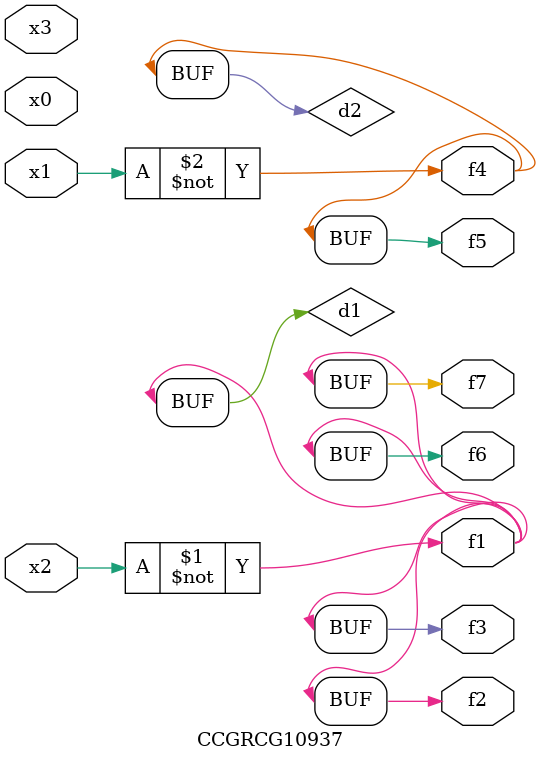
<source format=v>
module CCGRCG10937(
	input x0, x1, x2, x3,
	output f1, f2, f3, f4, f5, f6, f7
);

	wire d1, d2;

	xnor (d1, x2);
	not (d2, x1);
	assign f1 = d1;
	assign f2 = d1;
	assign f3 = d1;
	assign f4 = d2;
	assign f5 = d2;
	assign f6 = d1;
	assign f7 = d1;
endmodule

</source>
